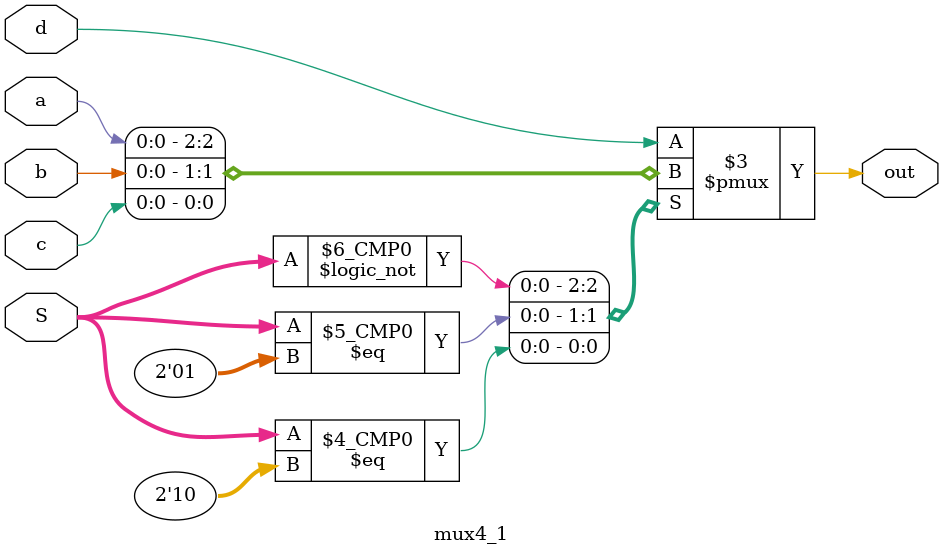
<source format=v>

module mux4_1(output reg out, input wire a, b, c, d, input wire [1:0] S);

always @(a, b, c, d, S)
    begin
        case(S)
            2'b00 : out = a;
            2'b01 : out = b;
            2'b10 : out = c;
            default : out = d;
        endcase
    end
endmodule
</source>
